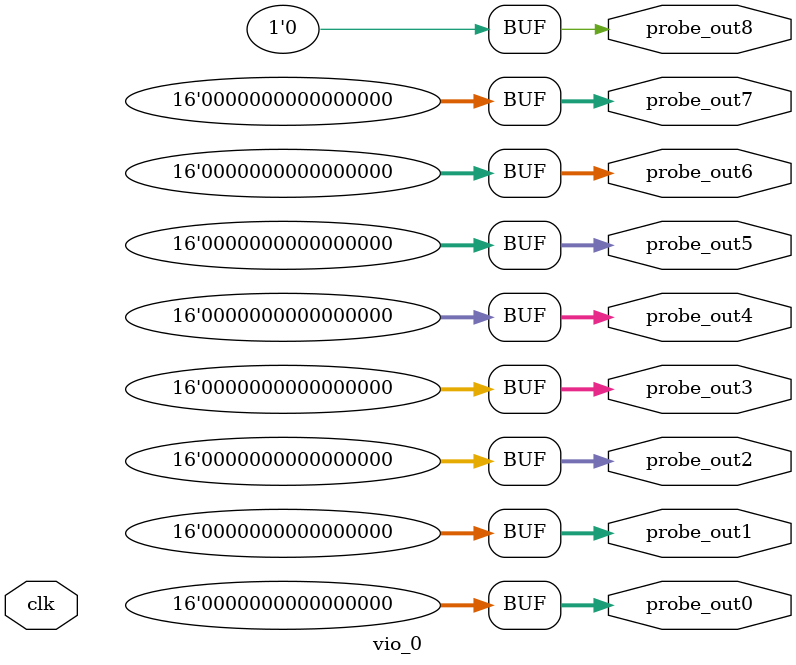
<source format=v>
`timescale 1ns / 1ps
module vio_0 (
clk,

probe_out0,
probe_out1,
probe_out2,
probe_out3,
probe_out4,
probe_out5,
probe_out6,
probe_out7,
probe_out8
);

input clk;

output reg [15 : 0] probe_out0 = 'h0000 ;
output reg [15 : 0] probe_out1 = 'h0000 ;
output reg [15 : 0] probe_out2 = 'h0000 ;
output reg [15 : 0] probe_out3 = 'h0000 ;
output reg [15 : 0] probe_out4 = 'h0000 ;
output reg [15 : 0] probe_out5 = 'h0000 ;
output reg [15 : 0] probe_out6 = 'h0000 ;
output reg [15 : 0] probe_out7 = 'h0000 ;
output reg [0 : 0] probe_out8 = 'h0 ;


endmodule

</source>
